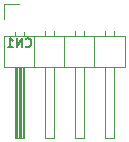
<source format=gbr>
%TF.GenerationSoftware,KiCad,Pcbnew,5.1.9-73d0e3b20d~88~ubuntu20.04.1*%
%TF.CreationDate,2021-04-02T21:02:10-07:00*%
%TF.ProjectId,sonar_adapter,736f6e61-725f-4616-9461-707465722e6b,rev?*%
%TF.SameCoordinates,Original*%
%TF.FileFunction,Legend,Bot*%
%TF.FilePolarity,Positive*%
%FSLAX46Y46*%
G04 Gerber Fmt 4.6, Leading zero omitted, Abs format (unit mm)*
G04 Created by KiCad (PCBNEW 5.1.9-73d0e3b20d~88~ubuntu20.04.1) date 2021-04-02 21:02:10*
%MOMM*%
%LPD*%
G01*
G04 APERTURE LIST*
%ADD10C,0.120000*%
%ADD11C,0.150000*%
G04 APERTURE END LIST*
D10*
%TO.C,CN1*%
X94920000Y-93230000D02*
X94920000Y-94500000D01*
X96190000Y-93230000D02*
X94920000Y-93230000D01*
X104190000Y-95542929D02*
X104190000Y-95940000D01*
X103430000Y-95542929D02*
X103430000Y-95940000D01*
X104190000Y-104600000D02*
X104190000Y-98600000D01*
X103430000Y-104600000D02*
X104190000Y-104600000D01*
X103430000Y-98600000D02*
X103430000Y-104600000D01*
X102540000Y-95940000D02*
X102540000Y-98600000D01*
X101650000Y-95542929D02*
X101650000Y-95940000D01*
X100890000Y-95542929D02*
X100890000Y-95940000D01*
X101650000Y-104600000D02*
X101650000Y-98600000D01*
X100890000Y-104600000D02*
X101650000Y-104600000D01*
X100890000Y-98600000D02*
X100890000Y-104600000D01*
X100000000Y-95940000D02*
X100000000Y-98600000D01*
X99110000Y-95542929D02*
X99110000Y-95940000D01*
X98350000Y-95542929D02*
X98350000Y-95940000D01*
X99110000Y-104600000D02*
X99110000Y-98600000D01*
X98350000Y-104600000D02*
X99110000Y-104600000D01*
X98350000Y-98600000D02*
X98350000Y-104600000D01*
X97460000Y-95940000D02*
X97460000Y-98600000D01*
X96570000Y-95610000D02*
X96570000Y-95940000D01*
X95810000Y-95610000D02*
X95810000Y-95940000D01*
X96470000Y-98600000D02*
X96470000Y-104600000D01*
X96350000Y-98600000D02*
X96350000Y-104600000D01*
X96230000Y-98600000D02*
X96230000Y-104600000D01*
X96110000Y-98600000D02*
X96110000Y-104600000D01*
X95990000Y-98600000D02*
X95990000Y-104600000D01*
X95870000Y-98600000D02*
X95870000Y-104600000D01*
X96570000Y-104600000D02*
X96570000Y-98600000D01*
X95810000Y-104600000D02*
X96570000Y-104600000D01*
X95810000Y-98600000D02*
X95810000Y-104600000D01*
X94860000Y-98600000D02*
X94860000Y-95940000D01*
X105140000Y-98600000D02*
X94860000Y-98600000D01*
X105140000Y-95940000D02*
X105140000Y-98600000D01*
X94860000Y-95940000D02*
X105140000Y-95940000D01*
D11*
X96707657Y-96838657D02*
X96743371Y-96874371D01*
X96850514Y-96910085D01*
X96921942Y-96910085D01*
X97029085Y-96874371D01*
X97100514Y-96802942D01*
X97136228Y-96731514D01*
X97171942Y-96588657D01*
X97171942Y-96481514D01*
X97136228Y-96338657D01*
X97100514Y-96267228D01*
X97029085Y-96195800D01*
X96921942Y-96160085D01*
X96850514Y-96160085D01*
X96743371Y-96195800D01*
X96707657Y-96231514D01*
X96386228Y-96910085D02*
X96386228Y-96160085D01*
X95957657Y-96910085D01*
X95957657Y-96160085D01*
X95207657Y-96910085D02*
X95636228Y-96910085D01*
X95421942Y-96910085D02*
X95421942Y-96160085D01*
X95493371Y-96267228D01*
X95564800Y-96338657D01*
X95636228Y-96374371D01*
%TD*%
M02*

</source>
